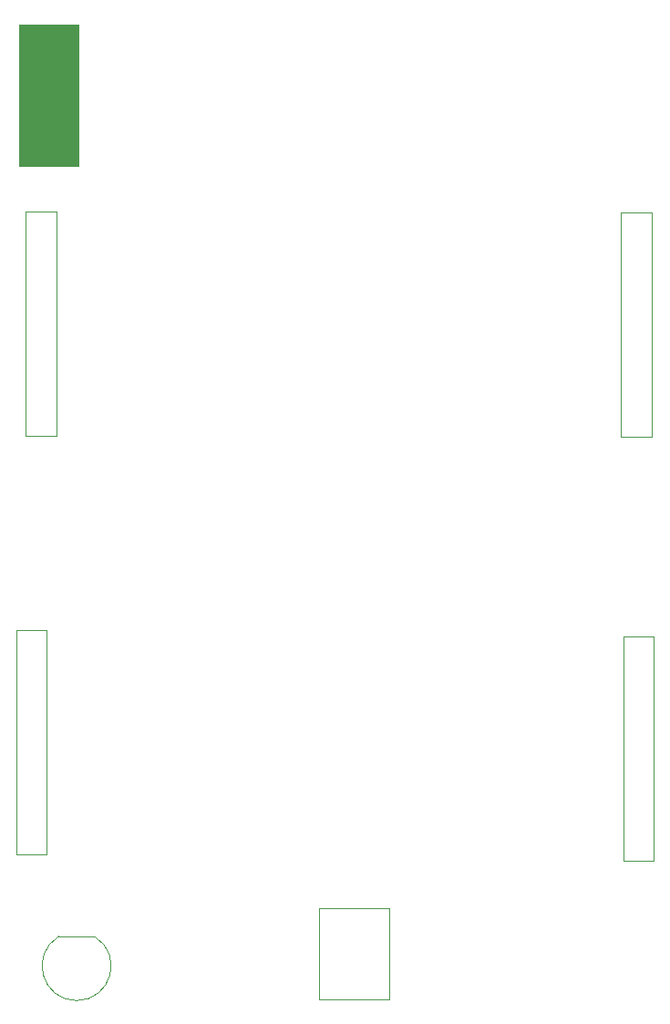
<source format=gbr>
%TF.GenerationSoftware,Altium Limited,Altium Designer,22.8.2 (66)*%
G04 Layer_Color=32768*
%FSLAX45Y45*%
%MOMM*%
%TF.SameCoordinates,FB7AEFDD-F9D1-43F8-8D2B-1616BFC5D0C0*%
%TF.FilePolarity,Positive*%
%TF.FileFunction,Other,Mechanical_15*%
%TF.Part,Single*%
G01*
G75*
%TA.AperFunction,NonConductor*%
%ADD44C,0.05000*%
G36*
X7564000Y10542000D02*
Y11862000D01*
X8122000D01*
Y10542000D01*
X7564000D01*
D02*
G37*
D44*
X7934799Y3394282D02*
G03*
X8265201Y3394282I165201J-274941D01*
G01*
X13462001Y4098001D02*
Y6179999D01*
X13177998D02*
X13462001D01*
X13177998Y4098001D02*
Y6179999D01*
Y4098001D02*
X13462001D01*
X7823101Y4159801D02*
Y6241799D01*
X7539099D02*
X7823101D01*
X7539099Y4159801D02*
Y6241799D01*
Y4159801D02*
X7823101D01*
X13442001Y8032001D02*
Y10113999D01*
X13157999D02*
X13442001D01*
X13157999Y8032001D02*
Y10113999D01*
Y8032001D02*
X13442001D01*
X7627999Y8046001D02*
Y10127999D01*
Y8046001D02*
X7912001D01*
Y10127999D01*
X7627999D02*
X7912001D01*
X11000001Y2809999D02*
Y3660000D01*
X10350000Y2809999D02*
X11000001D01*
X10350000D02*
Y3660000D01*
X11000001D01*
X7936002Y3395001D02*
X8263998D01*
%TF.MD5,d4650cd8357d186b46f38db89db461a7*%
M02*

</source>
